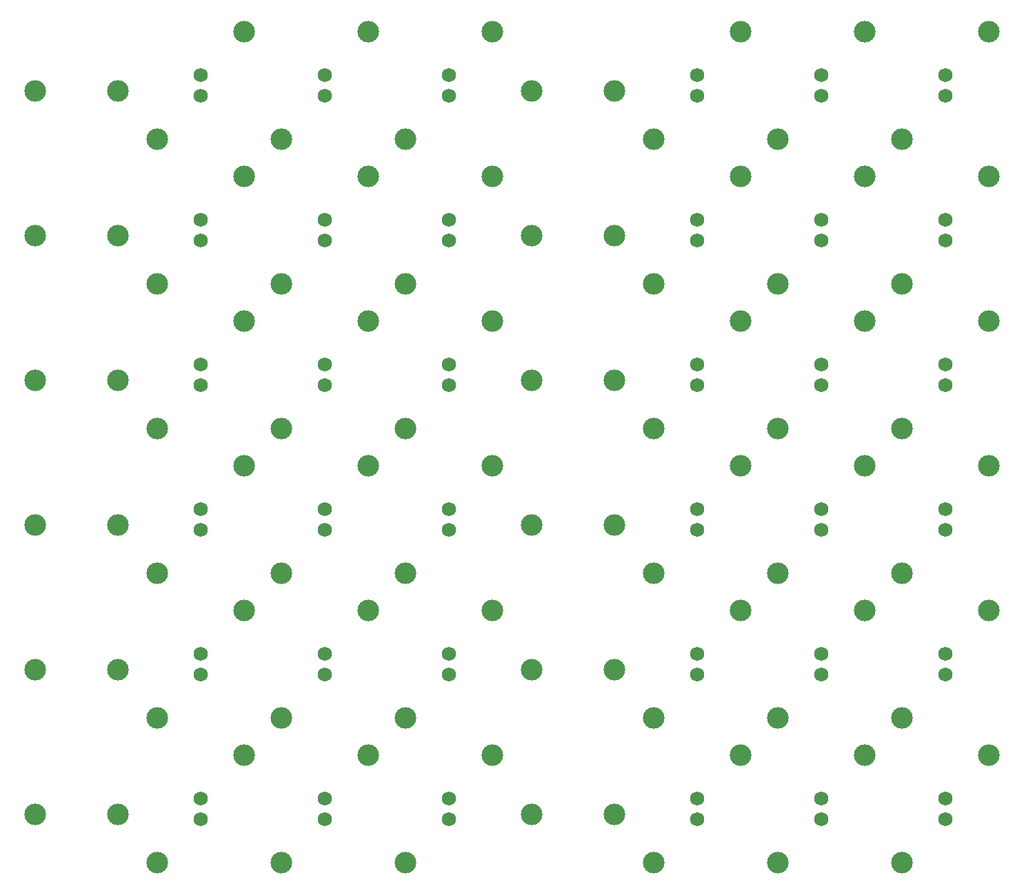
<source format=gbs>
G04 (created by PCBNEW (2013-07-07 BZR 4022)-stable) date 11/9/2013 6:45:55 PM*
%MOIN*%
G04 Gerber Fmt 3.4, Leading zero omitted, Abs format*
%FSLAX34Y34*%
G01*
G70*
G90*
G04 APERTURE LIST*
%ADD10C,0.006*%
%ADD11C,0.104425*%
%ADD12C,0.0689921*%
G04 APERTURE END LIST*
G54D10*
G54D11*
X40650Y-38850D03*
X44850Y-33650D03*
X38750Y-36500D03*
X34750Y-36500D03*
G54D12*
X42750Y-36750D03*
X42750Y-35750D03*
X54750Y-36750D03*
X54750Y-35750D03*
G54D11*
X56850Y-33650D03*
X52650Y-38850D03*
X46650Y-38850D03*
X50850Y-33650D03*
G54D12*
X48750Y-36750D03*
X48750Y-35750D03*
X48750Y-43750D03*
X48750Y-42750D03*
G54D11*
X50850Y-40650D03*
X46650Y-45850D03*
X52650Y-45850D03*
X56850Y-40650D03*
G54D12*
X54750Y-43750D03*
X54750Y-42750D03*
X42750Y-43750D03*
X42750Y-42750D03*
G54D11*
X34750Y-43500D03*
X38750Y-43500D03*
X44850Y-40650D03*
X40650Y-45850D03*
X40650Y-73850D03*
X44850Y-68650D03*
X38750Y-71500D03*
X34750Y-71500D03*
G54D12*
X42750Y-71750D03*
X42750Y-70750D03*
X54750Y-71750D03*
X54750Y-70750D03*
G54D11*
X56850Y-68650D03*
X52650Y-73850D03*
X46650Y-73850D03*
X50850Y-68650D03*
G54D12*
X48750Y-71750D03*
X48750Y-70750D03*
X48750Y-64750D03*
X48750Y-63750D03*
G54D11*
X50850Y-61650D03*
X46650Y-66850D03*
X52650Y-66850D03*
X56850Y-61650D03*
G54D12*
X54750Y-64750D03*
X54750Y-63750D03*
X42750Y-64750D03*
X42750Y-63750D03*
G54D11*
X34750Y-64500D03*
X38750Y-64500D03*
X44850Y-61650D03*
X40650Y-66850D03*
X40650Y-59850D03*
X44850Y-54650D03*
X38750Y-57500D03*
X34750Y-57500D03*
G54D12*
X42750Y-57750D03*
X42750Y-56750D03*
X54750Y-57750D03*
X54750Y-56750D03*
G54D11*
X56850Y-54650D03*
X52650Y-59850D03*
X46650Y-59850D03*
X50850Y-54650D03*
G54D12*
X48750Y-57750D03*
X48750Y-56750D03*
X48750Y-50750D03*
X48750Y-49750D03*
G54D11*
X50850Y-47650D03*
X46650Y-52850D03*
X52650Y-52850D03*
X56850Y-47650D03*
G54D12*
X54750Y-50750D03*
X54750Y-49750D03*
X42750Y-50750D03*
X42750Y-49750D03*
G54D11*
X34750Y-50500D03*
X38750Y-50500D03*
X44850Y-47650D03*
X40650Y-52850D03*
X16650Y-52850D03*
X20850Y-47650D03*
X14750Y-50500D03*
X10750Y-50500D03*
G54D12*
X18750Y-50750D03*
X18750Y-49750D03*
X30750Y-50750D03*
X30750Y-49750D03*
G54D11*
X32850Y-47650D03*
X28650Y-52850D03*
X22650Y-52850D03*
X26850Y-47650D03*
G54D12*
X24750Y-50750D03*
X24750Y-49750D03*
X24750Y-57750D03*
X24750Y-56750D03*
G54D11*
X26850Y-54650D03*
X22650Y-59850D03*
X28650Y-59850D03*
X32850Y-54650D03*
G54D12*
X30750Y-57750D03*
X30750Y-56750D03*
X18750Y-57750D03*
X18750Y-56750D03*
G54D11*
X10750Y-57500D03*
X14750Y-57500D03*
X20850Y-54650D03*
X16650Y-59850D03*
X16650Y-66850D03*
X20850Y-61650D03*
X14750Y-64500D03*
X10750Y-64500D03*
G54D12*
X18750Y-64750D03*
X18750Y-63750D03*
X30750Y-64750D03*
X30750Y-63750D03*
G54D11*
X32850Y-61650D03*
X28650Y-66850D03*
X22650Y-66850D03*
X26850Y-61650D03*
G54D12*
X24750Y-64750D03*
X24750Y-63750D03*
X24750Y-71750D03*
X24750Y-70750D03*
G54D11*
X26850Y-68650D03*
X22650Y-73850D03*
X28650Y-73850D03*
X32850Y-68650D03*
G54D12*
X30750Y-71750D03*
X30750Y-70750D03*
X18750Y-71750D03*
X18750Y-70750D03*
G54D11*
X10750Y-71500D03*
X14750Y-71500D03*
X20850Y-68650D03*
X16650Y-73850D03*
X16650Y-45850D03*
X20850Y-40650D03*
X14750Y-43500D03*
X10750Y-43500D03*
G54D12*
X18750Y-43750D03*
X18750Y-42750D03*
X30750Y-43750D03*
X30750Y-42750D03*
G54D11*
X32850Y-40650D03*
X28650Y-45850D03*
X22650Y-45850D03*
X26850Y-40650D03*
G54D12*
X24750Y-43750D03*
X24750Y-42750D03*
X24750Y-36750D03*
X24750Y-35750D03*
G54D11*
X26850Y-33650D03*
X22650Y-38850D03*
X28650Y-38850D03*
X32850Y-33650D03*
G54D12*
X30750Y-36750D03*
X30750Y-35750D03*
X18750Y-36750D03*
X18750Y-35750D03*
G54D11*
X10750Y-36500D03*
X14750Y-36500D03*
X20850Y-33650D03*
X16650Y-38850D03*
M02*

</source>
